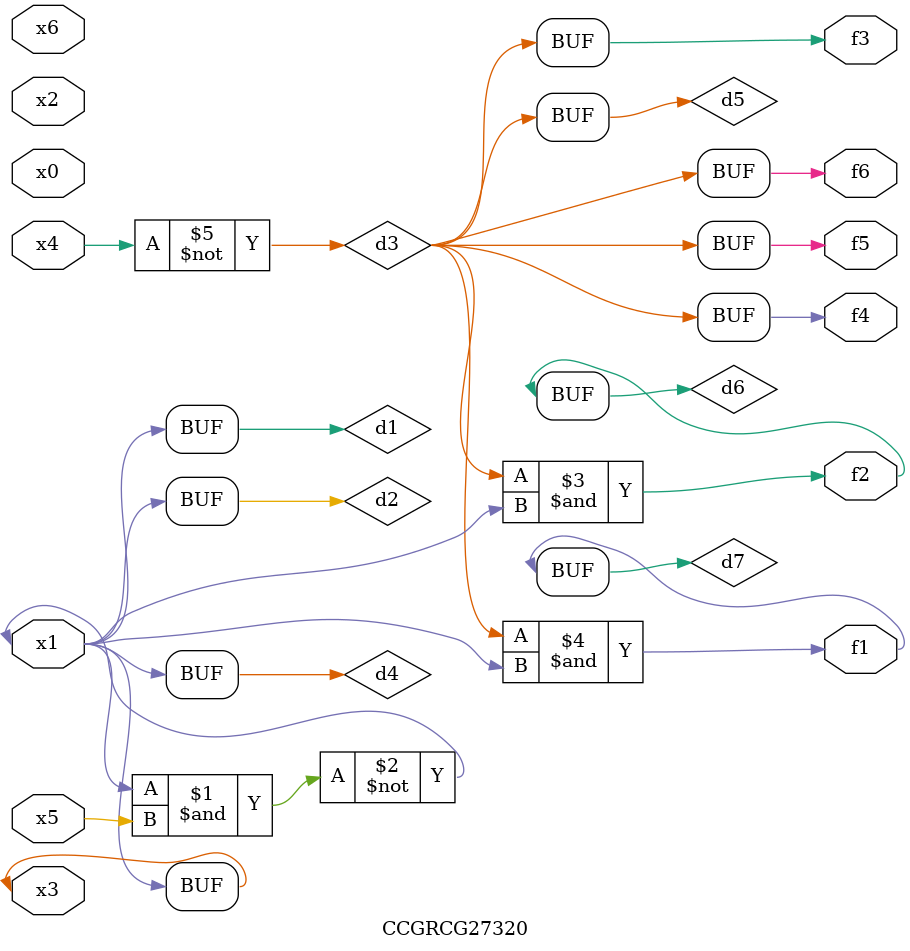
<source format=v>
module CCGRCG27320(
	input x0, x1, x2, x3, x4, x5, x6,
	output f1, f2, f3, f4, f5, f6
);

	wire d1, d2, d3, d4, d5, d6, d7;

	buf (d1, x1, x3);
	nand (d2, x1, x5);
	not (d3, x4);
	buf (d4, d1, d2);
	buf (d5, d3);
	and (d6, d3, d4);
	and (d7, d3, d4);
	assign f1 = d7;
	assign f2 = d6;
	assign f3 = d5;
	assign f4 = d5;
	assign f5 = d5;
	assign f6 = d5;
endmodule

</source>
